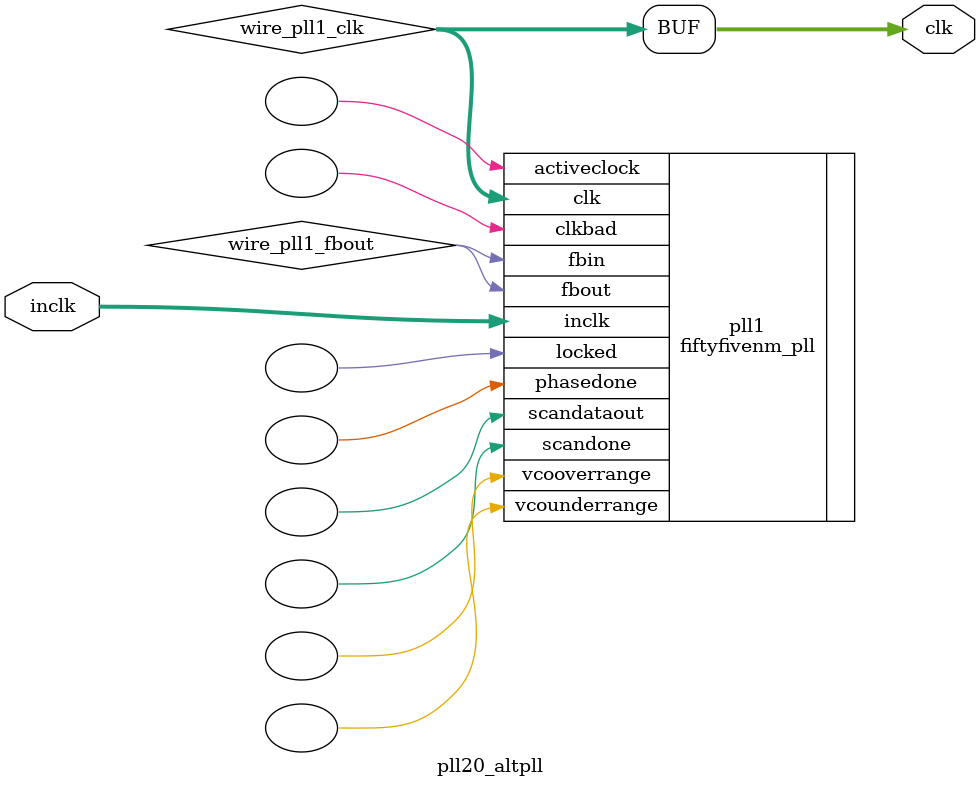
<source format=v>






//synthesis_resources = fiftyfivenm_pll 1 
//synopsys translate_off
`timescale 1 ps / 1 ps
//synopsys translate_on
module  pll20_altpll
	( 
	clk,
	inclk) /* synthesis synthesis_clearbox=1 */;
	output   [4:0]  clk;
	input   [1:0]  inclk;
`ifndef ALTERA_RESERVED_QIS
// synopsys translate_off
`endif
	tri0   [1:0]  inclk;
`ifndef ALTERA_RESERVED_QIS
// synopsys translate_on
`endif

	wire  [4:0]   wire_pll1_clk;
	wire  wire_pll1_fbout;

	fiftyfivenm_pll   pll1
	( 
	.activeclock(),
	.clk(wire_pll1_clk),
	.clkbad(),
	.fbin(wire_pll1_fbout),
	.fbout(wire_pll1_fbout),
	.inclk(inclk),
	.locked(),
	.phasedone(),
	.scandataout(),
	.scandone(),
	.vcooverrange(),
	.vcounderrange()
	`ifndef FORMAL_VERIFICATION
	// synopsys translate_off
	`endif
	,
	.areset(1'b0),
	.clkswitch(1'b0),
	.configupdate(1'b0),
	.pfdena(1'b1),
	.phasecounterselect({3{1'b0}}),
	.phasestep(1'b0),
	.phaseupdown(1'b0),
	.scanclk(1'b0),
	.scanclkena(1'b1),
	.scandata(1'b0)
	`ifndef FORMAL_VERIFICATION
	// synopsys translate_on
	`endif
	);
	defparam
		pll1.bandwidth_type = "auto",
		pll1.clk0_divide_by = 70,
		pll1.clk0_duty_cycle = 50,
		pll1.clk0_multiply_by = 1,
		pll1.clk0_phase_shift = "0",
		pll1.clk1_divide_by = 10000,
		pll1.clk1_duty_cycle = 50,
		pll1.clk1_multiply_by = 1,
		pll1.clk1_phase_shift = "0",
		pll1.compensate_clock = "clk0",
		pll1.inclk0_input_frequency = 20000,
		pll1.operation_mode = "normal",
		pll1.pll_type = "auto",
		pll1.lpm_type = "fiftyfivenm_pll";
	assign
		clk = {wire_pll1_clk[4:0]};
endmodule //pll20_altpll
//VALID FILE

</source>
